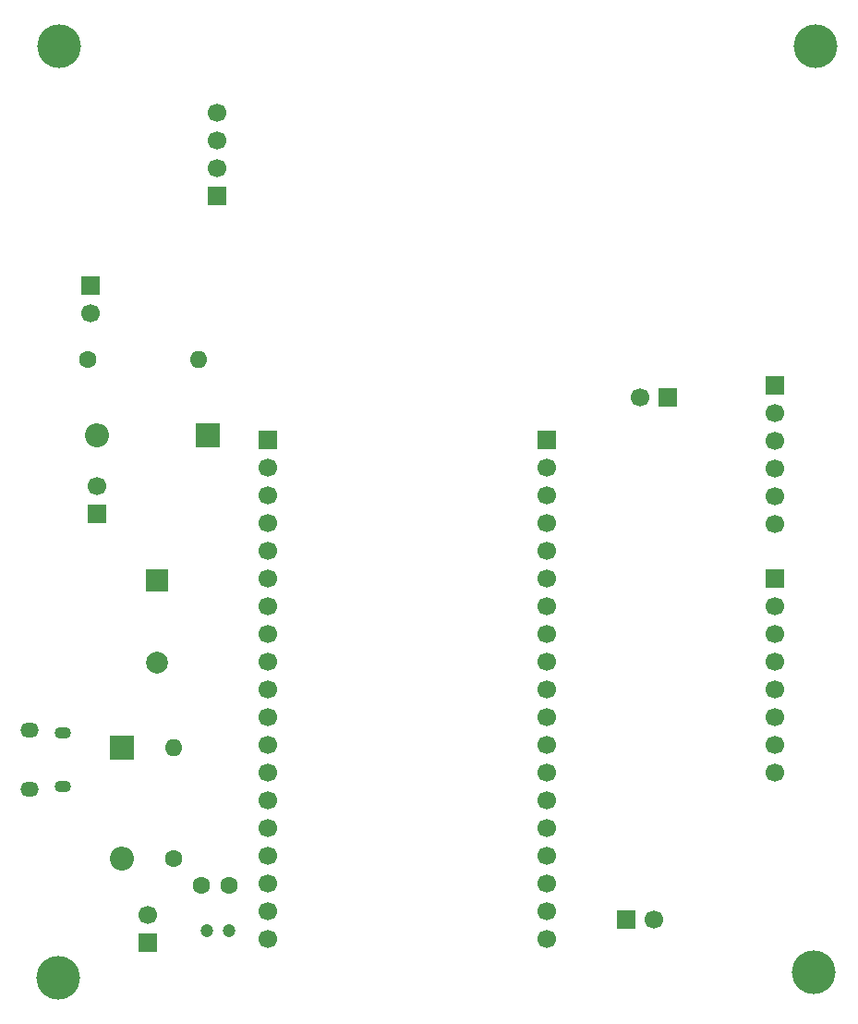
<source format=gbr>
%TF.GenerationSoftware,KiCad,Pcbnew,9.0.1*%
%TF.CreationDate,2025-07-09T00:35:37+03:00*%
%TF.ProjectId,Main,4d61696e-2e6b-4696-9361-645f70636258,rev?*%
%TF.SameCoordinates,Original*%
%TF.FileFunction,Soldermask,Bot*%
%TF.FilePolarity,Negative*%
%FSLAX46Y46*%
G04 Gerber Fmt 4.6, Leading zero omitted, Abs format (unit mm)*
G04 Created by KiCad (PCBNEW 9.0.1) date 2025-07-09 00:35:37*
%MOMM*%
%LPD*%
G01*
G04 APERTURE LIST*
%ADD10C,4.000000*%
%ADD11R,2.200000X2.200000*%
%ADD12O,2.200000X2.200000*%
%ADD13O,1.700000X1.350000*%
%ADD14O,1.500000X1.100000*%
%ADD15R,1.700000X1.700000*%
%ADD16C,1.700000*%
%ADD17R,2.000000X2.000000*%
%ADD18C,2.000000*%
%ADD19C,1.600000*%
%ADD20O,1.600000X1.600000*%
%ADD21C,1.200000*%
G04 APERTURE END LIST*
D10*
%TO.C,H3*%
X57240000Y-116210000D03*
%TD*%
D11*
%TO.C,D2*%
X63020000Y-95150000D03*
D12*
X63020000Y-105310000D03*
%TD*%
D13*
%TO.C,J6*%
X54600200Y-93506000D03*
D14*
X57600200Y-93816000D03*
X57600200Y-98656000D03*
D13*
X54600200Y-98966000D03*
%TD*%
D15*
%TO.C,J4*%
X122950000Y-79640000D03*
D16*
X122950000Y-82180000D03*
X122950000Y-84720000D03*
X122950000Y-87260000D03*
X122950000Y-89800000D03*
X122950000Y-92340000D03*
X122950000Y-94880000D03*
X122950000Y-97420000D03*
%TD*%
D15*
%TO.C,SW2*%
X109321600Y-110871000D03*
D16*
X111861600Y-110871000D03*
%TD*%
D17*
%TO.C,BZ1*%
X66294000Y-79776000D03*
D18*
X66294000Y-87376000D03*
%TD*%
D10*
%TO.C,H4*%
X57270000Y-30830000D03*
%TD*%
%TO.C,H2*%
X126460000Y-115700000D03*
%TD*%
D15*
%TO.C,J5*%
X122936000Y-61976000D03*
D16*
X122936000Y-64516000D03*
X122936000Y-67056000D03*
X122936000Y-69596000D03*
X122936000Y-72136000D03*
X122936000Y-74676000D03*
%TD*%
D11*
%TO.C,D1*%
X70950000Y-66490000D03*
D12*
X60790000Y-66490000D03*
%TD*%
D15*
%TO.C,J1*%
X101981000Y-66929000D03*
D16*
X101981000Y-69469000D03*
X101981000Y-72009000D03*
X101981000Y-74549000D03*
X101981000Y-77089000D03*
X101981000Y-79629000D03*
X101981000Y-82169000D03*
X101981000Y-84709000D03*
X101981000Y-87249000D03*
X101981000Y-89789000D03*
X101981000Y-92329000D03*
X101981000Y-94869000D03*
X101981000Y-97409000D03*
X101981000Y-99949000D03*
X101981000Y-102489000D03*
X101981000Y-105029000D03*
X101981000Y-107569000D03*
X101981000Y-110109000D03*
X101981000Y-112649000D03*
%TD*%
D19*
%TO.C,R4*%
X67820000Y-105250000D03*
D20*
X67820000Y-95090000D03*
%TD*%
D19*
%TO.C,R1*%
X59893200Y-59537600D03*
D20*
X70053200Y-59537600D03*
%TD*%
D15*
%TO.C,R2*%
X60147200Y-52781200D03*
D16*
X60147200Y-55321200D03*
%TD*%
D15*
%TO.C,R3*%
X65420000Y-112990000D03*
D16*
X65420000Y-110450000D03*
%TD*%
D10*
%TO.C,H1*%
X126660000Y-30890000D03*
%TD*%
D15*
%TO.C,J3*%
X71755000Y-44577000D03*
D16*
X71755000Y-42037000D03*
X71755000Y-39497000D03*
X71755000Y-36957000D03*
%TD*%
D15*
%TO.C,J2*%
X76428600Y-66929000D03*
D16*
X76428600Y-69469000D03*
X76428600Y-72009000D03*
X76428600Y-74549000D03*
X76428600Y-77089000D03*
X76428600Y-79629000D03*
X76428600Y-82169000D03*
X76428600Y-84709000D03*
X76428600Y-87249000D03*
X76428600Y-89789000D03*
X76428600Y-92329000D03*
X76428600Y-94869000D03*
X76428600Y-97409000D03*
X76428600Y-99949000D03*
X76428600Y-102489000D03*
X76428600Y-105029000D03*
X76428600Y-107569000D03*
X76428600Y-110109000D03*
X76428600Y-112649000D03*
%TD*%
D19*
%TO.C,C2*%
X72850000Y-107740000D03*
X70350000Y-107740000D03*
%TD*%
D15*
%TO.C,SW1*%
X113131600Y-63068200D03*
D16*
X110591600Y-63068200D03*
%TD*%
D21*
%TO.C,C1*%
X72860000Y-111910000D03*
X70860000Y-111910000D03*
%TD*%
D15*
%TO.C,SW3*%
X60731400Y-73685400D03*
D16*
X60731400Y-71145400D03*
%TD*%
M02*

</source>
